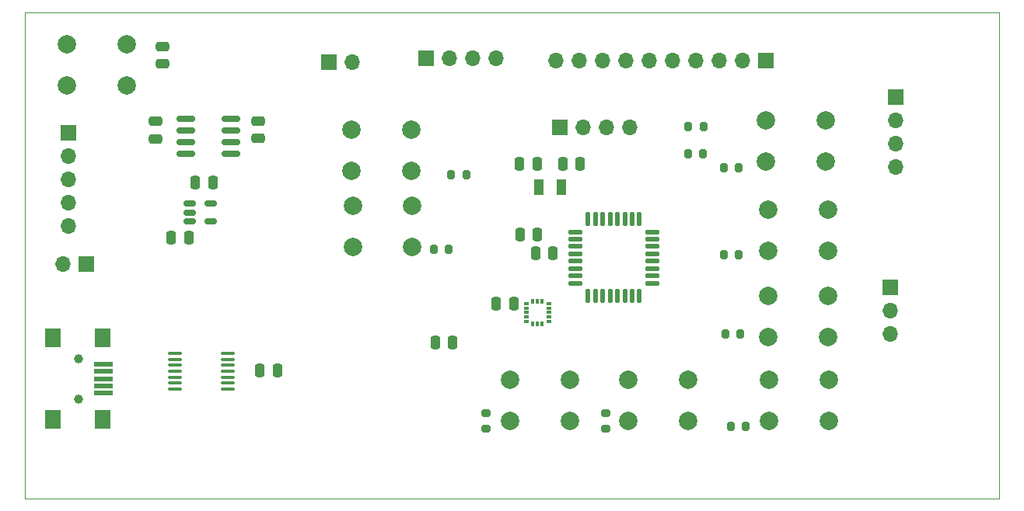
<source format=gbr>
%TF.GenerationSoftware,KiCad,Pcbnew,7.0.9-7.0.9~ubuntu22.04.1*%
%TF.CreationDate,2024-03-26T10:14:33-06:00*%
%TF.ProjectId,StmBoard,53746d42-6f61-4726-942e-6b696361645f,rev?*%
%TF.SameCoordinates,Original*%
%TF.FileFunction,Soldermask,Top*%
%TF.FilePolarity,Negative*%
%FSLAX46Y46*%
G04 Gerber Fmt 4.6, Leading zero omitted, Abs format (unit mm)*
G04 Created by KiCad (PCBNEW 7.0.9-7.0.9~ubuntu22.04.1) date 2024-03-26 10:14:33*
%MOMM*%
%LPD*%
G01*
G04 APERTURE LIST*
G04 Aperture macros list*
%AMRoundRect*
0 Rectangle with rounded corners*
0 $1 Rounding radius*
0 $2 $3 $4 $5 $6 $7 $8 $9 X,Y pos of 4 corners*
0 Add a 4 corners polygon primitive as box body*
4,1,4,$2,$3,$4,$5,$6,$7,$8,$9,$2,$3,0*
0 Add four circle primitives for the rounded corners*
1,1,$1+$1,$2,$3*
1,1,$1+$1,$4,$5*
1,1,$1+$1,$6,$7*
1,1,$1+$1,$8,$9*
0 Add four rect primitives between the rounded corners*
20,1,$1+$1,$2,$3,$4,$5,0*
20,1,$1+$1,$4,$5,$6,$7,0*
20,1,$1+$1,$6,$7,$8,$9,0*
20,1,$1+$1,$8,$9,$2,$3,0*%
G04 Aperture macros list end*
%ADD10RoundRect,0.150000X-0.825000X-0.150000X0.825000X-0.150000X0.825000X0.150000X-0.825000X0.150000X0*%
%ADD11C,2.000000*%
%ADD12RoundRect,0.250000X-0.250000X-0.475000X0.250000X-0.475000X0.250000X0.475000X-0.250000X0.475000X0*%
%ADD13RoundRect,0.250000X-0.475000X0.250000X-0.475000X-0.250000X0.475000X-0.250000X0.475000X0.250000X0*%
%ADD14RoundRect,0.200000X0.200000X0.275000X-0.200000X0.275000X-0.200000X-0.275000X0.200000X-0.275000X0*%
%ADD15RoundRect,0.125000X-0.625000X-0.125000X0.625000X-0.125000X0.625000X0.125000X-0.625000X0.125000X0*%
%ADD16RoundRect,0.125000X-0.125000X-0.625000X0.125000X-0.625000X0.125000X0.625000X-0.125000X0.625000X0*%
%ADD17R,1.700000X1.700000*%
%ADD18O,1.700000X1.700000*%
%ADD19RoundRect,0.250000X0.475000X-0.250000X0.475000X0.250000X-0.475000X0.250000X-0.475000X-0.250000X0*%
%ADD20RoundRect,0.250000X0.250000X0.475000X-0.250000X0.475000X-0.250000X-0.475000X0.250000X-0.475000X0*%
%ADD21RoundRect,0.087500X-0.187500X-0.087500X0.187500X-0.087500X0.187500X0.087500X-0.187500X0.087500X0*%
%ADD22RoundRect,0.087500X-0.087500X-0.187500X0.087500X-0.187500X0.087500X0.187500X-0.087500X0.187500X0*%
%ADD23RoundRect,0.100000X0.637500X0.100000X-0.637500X0.100000X-0.637500X-0.100000X0.637500X-0.100000X0*%
%ADD24RoundRect,0.200000X-0.200000X-0.275000X0.200000X-0.275000X0.200000X0.275000X-0.200000X0.275000X0*%
%ADD25C,1.000000*%
%ADD26R,2.000000X0.500000*%
%ADD27R,1.700000X2.000000*%
%ADD28R,1.000000X1.800000*%
%ADD29RoundRect,0.150000X-0.512500X-0.150000X0.512500X-0.150000X0.512500X0.150000X-0.512500X0.150000X0*%
%ADD30RoundRect,0.200000X-0.275000X0.200000X-0.275000X-0.200000X0.275000X-0.200000X0.275000X0.200000X0*%
%TA.AperFunction,Profile*%
%ADD31C,0.100000*%
%TD*%
G04 APERTURE END LIST*
D10*
%TO.C,U9*%
X91100000Y-86700000D03*
X91100000Y-87970000D03*
X91100000Y-89240000D03*
X91100000Y-90510000D03*
X96050000Y-90510000D03*
X96050000Y-89240000D03*
X96050000Y-87970000D03*
X96050000Y-86700000D03*
%TD*%
D11*
%TO.C,SW7*%
X109275000Y-96150000D03*
X115775000Y-96150000D03*
X109275000Y-100650000D03*
X115775000Y-100650000D03*
%TD*%
D12*
%TO.C,C12*%
X99150000Y-114100000D03*
X101050000Y-114100000D03*
%TD*%
D13*
%TO.C,C6*%
X99000000Y-86900000D03*
X99000000Y-88800000D03*
%TD*%
D14*
%TO.C,R1*%
X151325000Y-101500000D03*
X149675000Y-101500000D03*
%TD*%
%TO.C,R3*%
X152100000Y-120200000D03*
X150450000Y-120200000D03*
%TD*%
D15*
%TO.C,U1*%
X133525000Y-99000000D03*
X133525000Y-99800000D03*
X133525000Y-100600000D03*
X133525000Y-101400000D03*
X133525000Y-102200000D03*
X133525000Y-103000000D03*
X133525000Y-103800000D03*
X133525000Y-104600000D03*
D16*
X134900000Y-105975000D03*
X135700000Y-105975000D03*
X136500000Y-105975000D03*
X137300000Y-105975000D03*
X138100000Y-105975000D03*
X138900000Y-105975000D03*
X139700000Y-105975000D03*
X140500000Y-105975000D03*
D15*
X141875000Y-104600000D03*
X141875000Y-103800000D03*
X141875000Y-103000000D03*
X141875000Y-102200000D03*
X141875000Y-101400000D03*
X141875000Y-100600000D03*
X141875000Y-99800000D03*
X141875000Y-99000000D03*
D16*
X140500000Y-97625000D03*
X139700000Y-97625000D03*
X138900000Y-97625000D03*
X138100000Y-97625000D03*
X137300000Y-97625000D03*
X136500000Y-97625000D03*
X135700000Y-97625000D03*
X134900000Y-97625000D03*
%TD*%
D17*
%TO.C,U11*%
X117230000Y-80100000D03*
D18*
X119770000Y-80100000D03*
X122310000Y-80100000D03*
X124850000Y-80100000D03*
%TD*%
D19*
%TO.C,C11*%
X88600000Y-80700000D03*
X88600000Y-78800000D03*
%TD*%
D20*
%TO.C,C1*%
X120150000Y-111100000D03*
X118250000Y-111100000D03*
%TD*%
D17*
%TO.C,U3*%
X131800000Y-87600000D03*
D18*
X134340000Y-87600000D03*
X136880000Y-87600000D03*
X139420000Y-87600000D03*
%TD*%
D11*
%TO.C,SW8*%
X109150000Y-87850000D03*
X115650000Y-87850000D03*
X109150000Y-92350000D03*
X115650000Y-92350000D03*
%TD*%
%TO.C,SW2*%
X154550000Y-96550000D03*
X161050000Y-96550000D03*
X154550000Y-101050000D03*
X161050000Y-101050000D03*
%TD*%
D21*
%TO.C,U2*%
X128150000Y-106800000D03*
X128150000Y-107300000D03*
X128150000Y-107800000D03*
X128150000Y-108300000D03*
X128150000Y-108800000D03*
D22*
X128875000Y-109025000D03*
X129375000Y-109025000D03*
X129875000Y-109025000D03*
D21*
X130600000Y-108800000D03*
X130600000Y-108300000D03*
X130600000Y-107800000D03*
X130600000Y-107300000D03*
X130600000Y-106800000D03*
D22*
X129875000Y-106575000D03*
X129375000Y-106575000D03*
X128875000Y-106575000D03*
%TD*%
D17*
%TO.C,U4*%
X168400000Y-84320000D03*
D18*
X168400000Y-86860000D03*
X168400000Y-89400000D03*
X168400000Y-91940000D03*
%TD*%
D13*
%TO.C,C5*%
X87800000Y-86950000D03*
X87800000Y-88850000D03*
%TD*%
D11*
%TO.C,SW4*%
X154600000Y-115100000D03*
X161100000Y-115100000D03*
X154600000Y-119600000D03*
X161100000Y-119600000D03*
%TD*%
D23*
%TO.C,U13*%
X95662500Y-116150000D03*
X95662500Y-115500000D03*
X95662500Y-114850000D03*
X95662500Y-114200000D03*
X95662500Y-113550000D03*
X95662500Y-112900000D03*
X95662500Y-112250000D03*
X89937500Y-112250000D03*
X89937500Y-112900000D03*
X89937500Y-113550000D03*
X89937500Y-114200000D03*
X89937500Y-114850000D03*
X89937500Y-115500000D03*
X89937500Y-116150000D03*
%TD*%
D14*
%TO.C,R2*%
X151500000Y-110100000D03*
X149850000Y-110100000D03*
%TD*%
D17*
%TO.C,U7*%
X80300000Y-102500000D03*
D18*
X77760000Y-102500000D03*
%TD*%
D24*
%TO.C,R7*%
X118075000Y-100900000D03*
X119725000Y-100900000D03*
%TD*%
D20*
%TO.C,C2*%
X126790000Y-106800000D03*
X124890000Y-106800000D03*
%TD*%
D25*
%TO.C,J1*%
X79450000Y-112810000D03*
X79450000Y-117210000D03*
D26*
X82150000Y-113410000D03*
X82150000Y-114210000D03*
X82150000Y-115010000D03*
X82150000Y-115810000D03*
X82150000Y-116610000D03*
D27*
X82050000Y-110560000D03*
X76600000Y-110560000D03*
X82050000Y-119460000D03*
X76600000Y-119460000D03*
%TD*%
D17*
%TO.C,U12*%
X78335000Y-88205000D03*
D18*
X78335000Y-90745000D03*
X78335000Y-93285000D03*
X78335000Y-95825000D03*
X78335000Y-98365000D03*
%TD*%
D12*
%TO.C,C9*%
X127500000Y-99260000D03*
X129400000Y-99260000D03*
%TD*%
D11*
%TO.C,SW6*%
X126400000Y-115100000D03*
X132900000Y-115100000D03*
X126400000Y-119600000D03*
X132900000Y-119600000D03*
%TD*%
D14*
%TO.C,R10*%
X147450000Y-87540000D03*
X145800000Y-87540000D03*
%TD*%
D28*
%TO.C,Y1*%
X129500000Y-94100000D03*
X132000000Y-94100000D03*
%TD*%
D11*
%TO.C,SW3*%
X154500000Y-105950000D03*
X161000000Y-105950000D03*
X154500000Y-110450000D03*
X161000000Y-110450000D03*
%TD*%
D17*
%TO.C,U5*%
X167800000Y-105060000D03*
D18*
X167800000Y-107600000D03*
X167800000Y-110140000D03*
%TD*%
D11*
%TO.C,SW9*%
X78160000Y-78570000D03*
X84660000Y-78570000D03*
X78160000Y-83070000D03*
X84660000Y-83070000D03*
%TD*%
D20*
%TO.C,C8*%
X134050000Y-91600000D03*
X132150000Y-91600000D03*
%TD*%
D17*
%TO.C,U10*%
X154270000Y-80350000D03*
D18*
X151730000Y-80350000D03*
X149190000Y-80350000D03*
X146650000Y-80350000D03*
X144110000Y-80350000D03*
X141570000Y-80350000D03*
X139030000Y-80350000D03*
X136490000Y-80350000D03*
X133950000Y-80350000D03*
X131410000Y-80350000D03*
%TD*%
D29*
%TO.C,U8*%
X91562500Y-95950000D03*
X91562500Y-96900000D03*
X91562500Y-97850000D03*
X93837500Y-97850000D03*
X93837500Y-95950000D03*
%TD*%
D30*
%TO.C,R6*%
X123800000Y-118775000D03*
X123800000Y-120425000D03*
%TD*%
%TO.C,R5*%
X136800000Y-118800000D03*
X136800000Y-120450000D03*
%TD*%
D24*
%TO.C,R8*%
X119975000Y-92800000D03*
X121625000Y-92800000D03*
%TD*%
D12*
%TO.C,C7*%
X127450000Y-91600000D03*
X129350000Y-91600000D03*
%TD*%
D11*
%TO.C,SW1*%
X154250000Y-86850000D03*
X160750000Y-86850000D03*
X154250000Y-91350000D03*
X160750000Y-91350000D03*
%TD*%
D14*
%TO.C,R4*%
X151325000Y-92000000D03*
X149675000Y-92000000D03*
%TD*%
D20*
%TO.C,C4*%
X94050000Y-93600000D03*
X92150000Y-93600000D03*
%TD*%
D14*
%TO.C,R9*%
X147425000Y-90500000D03*
X145775000Y-90500000D03*
%TD*%
D11*
%TO.C,SW5*%
X139300000Y-115100000D03*
X145800000Y-115100000D03*
X139300000Y-119600000D03*
X145800000Y-119600000D03*
%TD*%
D12*
%TO.C,C10*%
X129170000Y-101330000D03*
X131070000Y-101330000D03*
%TD*%
D17*
%TO.C,U6*%
X106700000Y-80500000D03*
D18*
X109240000Y-80500000D03*
%TD*%
D20*
%TO.C,C3*%
X91400000Y-99600000D03*
X89500000Y-99600000D03*
%TD*%
D31*
X73570000Y-75080000D02*
X179650000Y-75080000D01*
X179650000Y-128060000D01*
X73570000Y-128060000D01*
X73570000Y-75080000D01*
M02*

</source>
